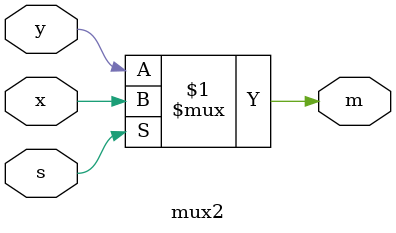
<source format=sv>
module mux2(input logic x,y,
            input logic s,
            output logic m);
				
assign m = s ? x : y;

endmodule
</source>
